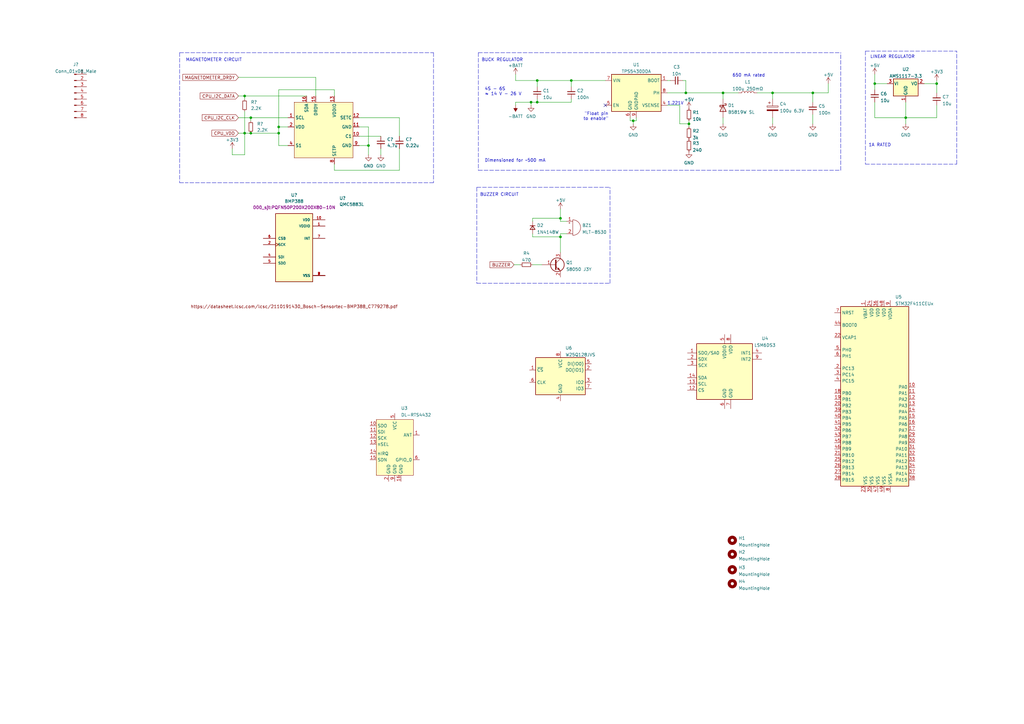
<source format=kicad_sch>
(kicad_sch (version 20211123) (generator eeschema)
  (paper "A3")
  (lib_symbols
    (symbol "000_sjt:BMP388" (pin_names (offset 1.016))
      (property "Reference" "U" (at -7.62 15.2654 0))
      (property "Value" "BMP388" (at -7.62 -15.2654 0))
      (property "Footprint" "000_sjt:PQFN50P200X200X80-10N" (at 0 0 0))
      (symbol "BMP388_0_0"
        (rectangle (start -7.62 -12.7) (end 7.62 15.24) (stroke (width 0.254)) (fill (type background)))
        (text "https://datasheet.lcsc.com/lcsc/2110191430_Bosch-Sensortec-BMP388_C779278.pdf" (at 0 -22.86 0) (effects (font (size 1.27 1.27))))
        (pin power_in line (at 12.7 10.16 180) (length 5.08) (name "VDDIO") (number "1"))
        (pin power_in line (at 12.7 12.7 180) (length 5.08) (name "VDD") (number "10"))
        (pin input clock (at -12.7 2.54 0) (length 5.08) (name "SCK") (number "2"))
        (pin power_in line (at 12.7 -10.16 180) (length 5.08) (name "VSS") (number "3"))
        (pin bidirectional line (at -12.7 -2.54 0) (length 5.08) (name "SDI") (number "4"))
        (pin bidirectional line (at -12.7 -5.08 0) (length 5.08) (name "SDO") (number "5"))
        (pin input line (at -12.7 5.08 0) (length 5.08) (name "CSB") (number "6"))
        (pin output line (at 12.7 5.08 180) (length 5.08) (name "INT") (number "7"))
        (pin power_in line (at 12.7 -10.16 180) (length 5.08) (name "VSS") (number "8"))
        (pin power_in line (at 12.7 -10.16 180) (length 5.08) (name "VSS") (number "9"))
      )
    )
    (symbol "000_sjt:DL-RTS4432"
      (property "Reference" "U" (at -7.62 7.62 0))
      (property "Value" "DL-RTS4432" (at 2.54 7.62 0))
      (symbol "DL-RTS4432_0_1"
        (rectangle (start -7.62 6.35) (end 7.62 -16.51) (stroke (width 0.1524)) (fill (type background)))
      )
      (symbol "DL-RTS4432_1_1"
        (pin output line (at 10.16 0 180) (length 2.54) (name "ANT") (number "1"))
        (pin output line (at -10.16 3.81 0) (length 2.54) (name "SDO") (number "10"))
        (pin input line (at -10.16 1.27 0) (length 2.54) (name "SDI") (number "11"))
        (pin input line (at -10.16 -1.27 0) (length 2.54) (name "SCK") (number "12"))
        (pin input line (at -10.16 -3.81 0) (length 2.54) (name "nSEL") (number "13"))
        (pin input line (at -10.16 -7.62 0) (length 2.54) (name "nIRQ") (number "14"))
        (pin input line (at -10.16 -10.16 0) (length 2.54) (name "SDN") (number "15"))
        (pin power_in line (at 2.54 -19.05 90) (length 2.54) (name "GND") (number "16"))
        (pin power_in line (at -2.54 -19.05 90) (length 2.54) (name "GND") (number "2"))
        (pin no_connect line (at 13.97 -19.05 180) (length 2.54) hide (name "NC") (number "3"))
        (pin no_connect line (at 13.97 -21.59 180) (length 2.54) hide (name "NC") (number "4"))
        (pin power_in line (at 0 8.89 270) (length 2.54) (name "VCC") (number "5"))
        (pin bidirectional line (at 10.16 -10.16 180) (length 2.54) (name "GPIO_0") (number "6"))
        (pin no_connect line (at 13.97 -24.13 180) (length 2.54) hide (name "NC") (number "7"))
        (pin no_connect line (at 13.97 -26.67 180) (length 2.54) hide (name "NC") (number "8"))
        (pin power_in line (at 0 -19.05 90) (length 2.54) (name "GND") (number "9"))
      )
    )
    (symbol "000_sjt:QMC5883L"
      (property "Reference" "U?" (at -3.81 0 0))
      (property "Value" "QMC5883L" (at -3.81 -2.54 0))
      (symbol "QMC5883L_0_1"
        (rectangle (start -11.43 12.7) (end 12.7 -10.16) (fill (type background)))
      )
      (symbol "QMC5883L_1_1"
        (pin input line (at -13.97 6.35 0) (length 2.54) (name "SCL") (number "1"))
        (pin input line (at 15.24 -1.27 180) (length 2.54) (name "C1") (number "10"))
        (pin power_in line (at 15.24 2.54 180) (length 2.54) (name "GND") (number "11"))
        (pin input line (at 15.24 6.35 180) (length 2.54) (name "SETC") (number "12"))
        (pin power_in line (at 5.08 15.24 270) (length 2.54) (name "VDDIO") (number "13"))
        (pin no_connect line (at 8.89 -26.67 90) (length 2.54) hide (name "NC") (number "14"))
        (pin output line (at -2.54 15.24 270) (length 2.54) (name "DRDY") (number "15"))
        (pin bidirectional line (at -6.35 15.24 270) (length 2.54) (name "SDA") (number "16"))
        (pin power_in line (at -13.97 2.54 0) (length 2.54) (name "VDD") (number "2"))
        (pin no_connect line (at -11.43 -26.67 90) (length 2.54) hide (name "NC") (number "3"))
        (pin input line (at -13.97 -5.08 0) (length 2.54) (name "S1") (number "4"))
        (pin no_connect line (at -6.35 -26.67 90) (length 2.54) hide (name "NC") (number "5"))
        (pin no_connect line (at -1.27 -26.67 90) (length 2.54) hide (name "NC") (number "6"))
        (pin no_connect line (at 3.81 -26.67 90) (length 2.54) hide (name "NC") (number "7"))
        (pin input line (at 5.08 -12.7 90) (length 2.54) (name "SETP") (number "8"))
        (pin power_in line (at 15.24 -5.08 180) (length 2.54) (name "GND") (number "9"))
      )
    )
    (symbol "Connector:Conn_01x08_Male" (pin_names (offset 1.016) hide)
      (property "Reference" "J" (at 0 10.16 0))
      (property "Value" "Conn_01x08_Male" (at 0 -12.7 0))
      (symbol "Conn_01x08_Male_1_1"
        (polyline (pts (xy 1.27 -10.16) (xy 0.8636 -10.16)) (stroke (width 0.1524)))
        (polyline (pts (xy 1.27 -7.62) (xy 0.8636 -7.62)) (stroke (width 0.1524)))
        (polyline (pts (xy 1.27 -5.08) (xy 0.8636 -5.08)) (stroke (width 0.1524)))
        (polyline (pts (xy 1.27 -2.54) (xy 0.8636 -2.54)) (stroke (width 0.1524)))
        (polyline (pts (xy 1.27 0) (xy 0.8636 0)) (stroke (width 0.1524)))
        (polyline (pts (xy 1.27 2.54) (xy 0.8636 2.54)) (stroke (width 0.1524)))
        (polyline (pts (xy 1.27 5.08) (xy 0.8636 5.08)) (stroke (width 0.1524)))
        (polyline (pts (xy 1.27 7.62) (xy 0.8636 7.62)) (stroke (width 0.1524)))
        (rectangle (start 0.8636 -10.033) (end 0 -10.287) (stroke (width 0.1524)) (fill (type outline)))
        (rectangle (start 0.8636 -7.493) (end 0 -7.747) (stroke (width 0.1524)) (fill (type outline)))
        (rectangle (start 0.8636 -4.953) (end 0 -5.207) (stroke (width 0.1524)) (fill (type outline)))
        (rectangle (start 0.8636 -2.413) (end 0 -2.667) (stroke (width 0.1524)) (fill (type outline)))
        (rectangle (start 0.8636 0.127) (end 0 -0.127) (stroke (width 0.1524)) (fill (type outline)))
        (rectangle (start 0.8636 2.667) (end 0 2.413) (stroke (width 0.1524)) (fill (type outline)))
        (rectangle (start 0.8636 5.207) (end 0 4.953) (stroke (width 0.1524)) (fill (type outline)))
        (rectangle (start 0.8636 7.747) (end 0 7.493) (stroke (width 0.1524)) (fill (type outline)))
        (pin passive line (at 5.08 7.62 180) (length 3.81) (name "Pin_1") (number "1"))
        (pin passive line (at 5.08 5.08 180) (length 3.81) (name "Pin_2") (number "2"))
        (pin passive line (at 5.08 2.54 180) (length 3.81) (name "Pin_3") (number "3"))
        (pin passive line (at 5.08 0 180) (length 3.81) (name "Pin_4") (number "4"))
        (pin passive line (at 5.08 -2.54 180) (length 3.81) (name "Pin_5") (number "5"))
        (pin passive line (at 5.08 -5.08 180) (length 3.81) (name "Pin_6") (number "6"))
        (pin passive line (at 5.08 -7.62 180) (length 3.81) (name "Pin_7") (number "7"))
        (pin passive line (at 5.08 -10.16 180) (length 3.81) (name "Pin_8") (number "8"))
      )
    )
    (symbol "Device:Buzzer" (pin_names (offset 0.0254) hide)
      (property "Reference" "BZ" (at 3.81 1.27 0))
      (property "Value" "Buzzer" (at 3.81 -1.27 0))
      (symbol "Buzzer_0_1"
        (arc (start 0 -3.175) (mid 3.175 0) (end 0 3.175))
        (polyline (pts (xy -1.651 1.905) (xy -1.143 1.905)))
        (polyline (pts (xy -1.397 2.159) (xy -1.397 1.651)))
        (polyline (pts (xy 0 3.175) (xy 0 -3.175)))
      )
      (symbol "Buzzer_1_1"
        (pin passive line (at -2.54 2.54 0) (length 2.54) (name "-") (number "1"))
        (pin passive line (at -2.54 -2.54 0) (length 2.54) (name "+") (number "2"))
      )
    )
    (symbol "Device:C_Polarized" (pin_numbers hide) (pin_names (offset 0.254))
      (property "Reference" "C" (at 0.635 2.54 0))
      (property "Value" "C_Polarized" (at 0.635 -2.54 0))
      (symbol "C_Polarized_0_1"
        (rectangle (start -2.286 0.508) (end 2.286 1.016))
        (polyline (pts (xy -1.778 2.286) (xy -0.762 2.286)))
        (polyline (pts (xy -1.27 2.794) (xy -1.27 1.778)))
        (rectangle (start 2.286 -0.508) (end -2.286 -1.016) (fill (type outline)))
      )
      (symbol "C_Polarized_1_1"
        (pin passive line (at 0 3.81 270) (length 2.794) (name "~") (number "1"))
        (pin passive line (at 0 -3.81 90) (length 2.794) (name "~") (number "2"))
      )
    )
    (symbol "Device:C_Small" (pin_numbers hide) (pin_names (offset 0.254) hide)
      (property "Reference" "C" (at 0.254 1.778 0))
      (property "Value" "C_Small" (at 0.254 -2.032 0))
      (symbol "C_Small_0_1"
        (polyline (pts (xy -1.524 -0.508) (xy 1.524 -0.508)) (stroke (width 0.3302)))
        (polyline (pts (xy -1.524 0.508) (xy 1.524 0.508)) (stroke (width 0.3048)))
      )
      (symbol "C_Small_1_1"
        (pin passive line (at 0 2.54 270) (length 2.032) (name "~") (number "1"))
        (pin passive line (at 0 -2.54 90) (length 2.032) (name "~") (number "2"))
      )
    )
    (symbol "Device:D_Schottky" (pin_numbers hide) (pin_names (offset 1.016) hide)
      (property "Reference" "D" (at 0 2.54 0))
      (property "Value" "D_Schottky" (at 0 -2.54 0))
      (symbol "D_Schottky_0_1"
        (polyline (pts (xy 1.27 0) (xy -1.27 0)))
        (polyline (pts (xy 1.27 1.27) (xy 1.27 -1.27) (xy -1.27 0) (xy 1.27 1.27)) (stroke (width 0.254)))
        (polyline (pts (xy -1.905 0.635) (xy -1.905 1.27) (xy -1.27 1.27) (xy -1.27 -1.27) (xy -0.635 -1.27) (xy -0.635 -0.635)) (stroke (width 0.254)))
      )
      (symbol "D_Schottky_1_1"
        (pin passive line (at -3.81 0 0) (length 2.54) (name "K") (number "1"))
        (pin passive line (at 3.81 0 180) (length 2.54) (name "A") (number "2"))
      )
    )
    (symbol "Device:D_Small" (pin_numbers hide) (pin_names (offset 0.254) hide)
      (property "Reference" "D" (at -1.27 2.032 0))
      (property "Value" "D_Small" (at -3.81 -2.032 0))
      (symbol "D_Small_0_1"
        (polyline (pts (xy -0.762 -1.016) (xy -0.762 1.016)) (stroke (width 0.254)))
        (polyline (pts (xy -0.762 0) (xy 0.762 0)))
        (polyline (pts (xy 0.762 -1.016) (xy -0.762 0) (xy 0.762 1.016) (xy 0.762 -1.016)) (stroke (width 0.254)))
      )
      (symbol "D_Small_1_1"
        (pin passive line (at -2.54 0 0) (length 1.778) (name "K") (number "1"))
        (pin passive line (at 2.54 0 180) (length 1.778) (name "A") (number "2"))
      )
    )
    (symbol "Device:L" (pin_numbers hide) (pin_names (offset 1.016) hide)
      (property "Reference" "L" (at -1.27 0 90))
      (property "Value" "L" (at 1.905 0 90))
      (symbol "L_0_1"
        (arc (start 0 -2.54) (mid 0.635 -1.905) (end 0 -1.27))
        (arc (start 0 -1.27) (mid 0.635 -0.635) (end 0 0))
        (arc (start 0 0) (mid 0.635 0.635) (end 0 1.27))
        (arc (start 0 1.27) (mid 0.635 1.905) (end 0 2.54))
      )
      (symbol "L_1_1"
        (pin passive line (at 0 3.81 270) (length 1.27) (name "1") (number "1"))
        (pin passive line (at 0 -3.81 90) (length 1.27) (name "2") (number "2"))
      )
    )
    (symbol "Device:Q_NPN_BEC" (pin_names (offset 0) hide)
      (property "Reference" "Q" (at 5.08 1.27 0))
      (property "Value" "Q_NPN_BEC" (at 5.08 -1.27 0))
      (symbol "Q_NPN_BEC_0_1"
        (polyline (pts (xy 0.635 0.635) (xy 2.54 2.54)))
        (polyline (pts (xy 0.635 -0.635) (xy 2.54 -2.54) (xy 2.54 -2.54)))
        (polyline (pts (xy 0.635 1.905) (xy 0.635 -1.905) (xy 0.635 -1.905)) (stroke (width 0.508)))
        (polyline (pts (xy 1.27 -1.778) (xy 1.778 -1.27) (xy 2.286 -2.286) (xy 1.27 -1.778) (xy 1.27 -1.778)) (fill (type outline)))
        (circle (center 1.27 0) (radius 2.8194) (stroke (width 0.254)))
      )
      (symbol "Q_NPN_BEC_1_1"
        (pin input line (at -5.08 0 0) (length 5.715) (name "B") (number "1"))
        (pin passive line (at 2.54 -5.08 90) (length 2.54) (name "E") (number "2"))
        (pin passive line (at 2.54 5.08 270) (length 2.54) (name "C") (number "3"))
      )
    )
    (symbol "Device:R_Small" (pin_numbers hide) (pin_names (offset 0.254) hide)
      (property "Reference" "R" (at 0.762 0.508 0))
      (property "Value" "R_Small" (at 0.762 -1.016 0))
      (symbol "R_Small_0_1"
        (rectangle (start -0.762 1.778) (end 0.762 -1.778) (stroke (width 0.2032)))
      )
      (symbol "R_Small_1_1"
        (pin passive line (at 0 2.54 270) (length 0.762) (name "~") (number "1"))
        (pin passive line (at 0 -2.54 90) (length 0.762) (name "~") (number "2"))
      )
    )
    (symbol "MCU_ST_STM32F4:STM32F411CEUx"
      (property "Reference" "U" (at -15.24 36.83 0))
      (property "Value" "STM32F411CEUx" (at 7.62 36.83 0))
      (symbol "STM32F411CEUx_0_1"
        (rectangle (start -15.24 -38.1) (end 12.7 35.56) (stroke (width 0.254)) (fill (type background)))
      )
      (symbol "STM32F411CEUx_1_1"
        (pin power_in line (at -5.08 38.1 270) (length 2.54) (name "VBAT") (number "1"))
        (pin bidirectional line (at 15.24 2.54 180) (length 2.54) (name "PA0") (number "10"))
        (pin bidirectional line (at 15.24 0 180) (length 2.54) (name "PA1") (number "11"))
        (pin bidirectional line (at 15.24 -2.54 180) (length 2.54) (name "PA2") (number "12"))
        (pin bidirectional line (at 15.24 -5.08 180) (length 2.54) (name "PA3") (number "13"))
        (pin bidirectional line (at 15.24 -7.62 180) (length 2.54) (name "PA4") (number "14"))
        (pin bidirectional line (at 15.24 -10.16 180) (length 2.54) (name "PA5") (number "15"))
        (pin bidirectional line (at 15.24 -12.7 180) (length 2.54) (name "PA6") (number "16"))
        (pin bidirectional line (at 15.24 -15.24 180) (length 2.54) (name "PA7") (number "17"))
        (pin bidirectional line (at -17.78 0 0) (length 2.54) (name "PB0") (number "18"))
        (pin bidirectional line (at -17.78 -2.54 0) (length 2.54) (name "PB1") (number "19"))
        (pin bidirectional line (at -17.78 10.16 0) (length 2.54) (name "PC13") (number "2"))
        (pin bidirectional line (at -17.78 -5.08 0) (length 2.54) (name "PB2") (number "20"))
        (pin bidirectional line (at -17.78 -25.4 0) (length 2.54) (name "PB10") (number "21"))
        (pin power_in line (at -17.78 22.86 0) (length 2.54) (name "VCAP1") (number "22"))
        (pin power_in line (at -5.08 -40.64 90) (length 2.54) (name "VSS") (number "23"))
        (pin power_in line (at -2.54 38.1 270) (length 2.54) (name "VDD") (number "24"))
        (pin bidirectional line (at -17.78 -27.94 0) (length 2.54) (name "PB12") (number "25"))
        (pin bidirectional line (at -17.78 -30.48 0) (length 2.54) (name "PB13") (number "26"))
        (pin bidirectional line (at -17.78 -33.02 0) (length 2.54) (name "PB14") (number "27"))
        (pin bidirectional line (at -17.78 -35.56 0) (length 2.54) (name "PB15") (number "28"))
        (pin bidirectional line (at 15.24 -17.78 180) (length 2.54) (name "PA8") (number "29"))
        (pin bidirectional line (at -17.78 7.62 0) (length 2.54) (name "PC14") (number "3"))
        (pin bidirectional line (at 15.24 -20.32 180) (length 2.54) (name "PA9") (number "30"))
        (pin bidirectional line (at 15.24 -22.86 180) (length 2.54) (name "PA10") (number "31"))
        (pin bidirectional line (at 15.24 -25.4 180) (length 2.54) (name "PA11") (number "32"))
        (pin bidirectional line (at 15.24 -27.94 180) (length 2.54) (name "PA12") (number "33"))
        (pin bidirectional line (at 15.24 -30.48 180) (length 2.54) (name "PA13") (number "34"))
        (pin power_in line (at -2.54 -40.64 90) (length 2.54) (name "VSS") (number "35"))
        (pin power_in line (at 0 38.1 270) (length 2.54) (name "VDD") (number "36"))
        (pin bidirectional line (at 15.24 -33.02 180) (length 2.54) (name "PA14") (number "37"))
        (pin bidirectional line (at 15.24 -35.56 180) (length 2.54) (name "PA15") (number "38"))
        (pin bidirectional line (at -17.78 -7.62 0) (length 2.54) (name "PB3") (number "39"))
        (pin bidirectional line (at -17.78 5.08 0) (length 2.54) (name "PC15") (number "4"))
        (pin bidirectional line (at -17.78 -10.16 0) (length 2.54) (name "PB4") (number "40"))
        (pin bidirectional line (at -17.78 -12.7 0) (length 2.54) (name "PB5") (number "41"))
        (pin bidirectional line (at -17.78 -15.24 0) (length 2.54) (name "PB6") (number "42"))
        (pin bidirectional line (at -17.78 -17.78 0) (length 2.54) (name "PB7") (number "43"))
        (pin input line (at -17.78 27.94 0) (length 2.54) (name "BOOT0") (number "44"))
        (pin bidirectional line (at -17.78 -20.32 0) (length 2.54) (name "PB8") (number "45"))
        (pin bidirectional line (at -17.78 -22.86 0) (length 2.54) (name "PB9") (number "46"))
        (pin power_in line (at 0 -40.64 90) (length 2.54) (name "VSS") (number "47"))
        (pin power_in line (at 2.54 38.1 270) (length 2.54) (name "VDD") (number "48"))
        (pin power_in line (at 2.54 -40.64 90) (length 2.54) (name "VSS") (number "49"))
        (pin input line (at -17.78 17.78 0) (length 2.54) (name "PH0") (number "5"))
        (pin input line (at -17.78 15.24 0) (length 2.54) (name "PH1") (number "6"))
        (pin input line (at -17.78 33.02 0) (length 2.54) (name "NRST") (number "7"))
        (pin power_in line (at 5.08 -40.64 90) (length 2.54) (name "VSSA") (number "8"))
        (pin power_in line (at 5.08 38.1 270) (length 2.54) (name "VDDA") (number "9"))
      )
    )
    (symbol "Mechanical:MountingHole" (pin_names (offset 1.016))
      (property "Reference" "H" (at 0 5.08 0))
      (property "Value" "MountingHole" (at 0 3.175 0))
      (symbol "MountingHole_0_1"
        (circle (center 0 0) (radius 1.27) (stroke (width 1.27)))
      )
    )
    (symbol "Memory_Flash:W25Q128JVS"
      (property "Reference" "U" (at -8.89 8.89 0))
      (property "Value" "W25Q128JVS" (at 7.62 8.89 0))
      (symbol "W25Q128JVS_0_1"
        (rectangle (start -10.16 7.62) (end 10.16 -7.62) (stroke (width 0.254)) (fill (type background)))
      )
      (symbol "W25Q128JVS_1_1"
        (pin input line (at -12.7 2.54 0) (length 2.54) (name "~{CS}") (number "1"))
        (pin bidirectional line (at 12.7 2.54 180) (length 2.54) (name "DO(IO1)") (number "2"))
        (pin bidirectional line (at 12.7 -2.54 180) (length 2.54) (name "IO2") (number "3"))
        (pin power_in line (at 0 -10.16 90) (length 2.54) (name "GND") (number "4"))
        (pin bidirectional line (at 12.7 5.08 180) (length 2.54) (name "DI(IO0)") (number "5"))
        (pin input line (at -12.7 -2.54 0) (length 2.54) (name "CLK") (number "6"))
        (pin bidirectional line (at 12.7 -5.08 180) (length 2.54) (name "IO3") (number "7"))
        (pin power_in line (at 0 10.16 270) (length 2.54) (name "VCC") (number "8"))
      )
    )
    (symbol "Regulator_Linear:AMS1117-3.3" (pin_names (offset 0.254))
      (property "Reference" "U" (at -3.81 3.175 0))
      (property "Value" "AMS1117-3.3" (at 0 3.175 0))
      (symbol "AMS1117-3.3_0_1"
        (rectangle (start -5.08 -5.08) (end 5.08 1.905) (stroke (width 0.254)) (fill (type background)))
      )
      (symbol "AMS1117-3.3_1_1"
        (pin power_in line (at 0 -7.62 90) (length 2.54) (name "GND") (number "1"))
        (pin power_out line (at 7.62 0 180) (length 2.54) (name "VO") (number "2"))
        (pin power_in line (at -7.62 0 0) (length 2.54) (name "VI") (number "3"))
      )
    )
    (symbol "Regulator_Switching:TPS5430DDA"
      (property "Reference" "U" (at -10.16 8.89 0))
      (property "Value" "TPS5430DDA" (at -1.27 8.89 0))
      (symbol "TPS5430DDA_0_1"
        (rectangle (start -10.16 7.62) (end 10.16 -7.62) (stroke (width 0.254)) (fill (type background)))
      )
      (symbol "TPS5430DDA_1_1"
        (pin input line (at 12.7 5.08 180) (length 2.54) (name "BOOT") (number "1"))
        (pin no_connect line (at -10.16 2.54 0) (length 2.54) hide (name "NC") (number "2"))
        (pin no_connect line (at -10.16 -2.54 0) (length 2.54) hide (name "NC") (number "3"))
        (pin input line (at 12.7 -5.08 180) (length 2.54) (name "VSENSE") (number "4"))
        (pin input line (at -12.7 -5.08 0) (length 2.54) (name "EN") (number "5"))
        (pin power_in line (at -2.54 -10.16 90) (length 2.54) (name "GND") (number "6"))
        (pin power_in line (at -12.7 5.08 0) (length 2.54) (name "VIN") (number "7"))
        (pin output line (at 12.7 0 180) (length 2.54) (name "PH") (number "8"))
        (pin power_in line (at 0 -10.16 90) (length 2.54) (name "GNDPAD") (number "9"))
      )
    )
    (symbol "Sensor_Motion:LSM6DS3"
      (property "Reference" "U" (at -11.43 15.24 0))
      (property "Value" "LSM6DS3" (at -11.43 12.7 0))
      (symbol "LSM6DS3_0_1"
        (rectangle (start 11.43 11.43) (end -11.43 -11.43) (stroke (width 0.254)) (fill (type background)))
      )
      (symbol "LSM6DS3_1_1"
        (pin bidirectional line (at -15.24 7.62 0) (length 3.81) (name "SDO/SA0") (number "1"))
        (pin no_connect line (at 10.16 -5.08 180) (length 3.81) hide (name "NC") (number "10"))
        (pin no_connect line (at 10.16 -2.54 180) (length 3.81) hide (name "NC") (number "11"))
        (pin input line (at -15.24 -7.62 0) (length 3.81) (name "CS") (number "12"))
        (pin input line (at -15.24 -5.08 0) (length 3.81) (name "SCL") (number "13"))
        (pin bidirectional line (at -15.24 -2.54 0) (length 3.81) (name "SDA") (number "14"))
        (pin bidirectional line (at -15.24 5.08 0) (length 3.81) (name "SDX") (number "2"))
        (pin input line (at -15.24 2.54 0) (length 3.81) (name "SCX") (number "3"))
        (pin output line (at 15.24 7.62 180) (length 3.81) (name "INT1") (number "4"))
        (pin power_in line (at 0 15.24 270) (length 3.81) (name "VDDIO") (number "5"))
        (pin power_in line (at 0 -15.24 90) (length 3.81) (name "GND") (number "6"))
        (pin power_in line (at 2.54 -15.24 90) (length 3.81) (name "GND") (number "7"))
        (pin power_in line (at 2.54 15.24 270) (length 3.81) (name "VDD") (number "8"))
        (pin output line (at 15.24 5.08 180) (length 3.81) (name "INT2") (number "9"))
      )
    )
    (symbol "power:+3V3" (power) (pin_names (offset 0))
      (property "Value" "+3V3" (at 0 3.556 0))
      (symbol "+3V3_0_1"
        (polyline (pts (xy -0.762 1.27) (xy 0 2.54)))
        (polyline (pts (xy 0 0) (xy 0 2.54)))
        (polyline (pts (xy 0 2.54) (xy 0.762 1.27)))
      )
      (symbol "+3V3_1_1"
        (pin power_in line (at 0 0 90) (length 0) hide (name "+3V3") (number "1"))
      )
    )
    (symbol "power:+5V" (power) (pin_names (offset 0))
      (property "Value" "+5V" (at 0 3.556 0))
      (symbol "+5V_0_1"
        (polyline (pts (xy -0.762 1.27) (xy 0 2.54)))
        (polyline (pts (xy 0 0) (xy 0 2.54)))
        (polyline (pts (xy 0 2.54) (xy 0.762 1.27)))
      )
      (symbol "+5V_1_1"
        (pin power_in line (at 0 0 90) (length 0) hide (name "+5V") (number "1"))
      )
    )
    (symbol "power:+BATT" (power) (pin_names (offset 0))
      (property "Value" "+BATT" (at 0 3.556 0))
      (symbol "+BATT_0_1"
        (polyline (pts (xy -0.762 1.27) (xy 0 2.54)))
        (polyline (pts (xy 0 0) (xy 0 2.54)))
        (polyline (pts (xy 0 2.54) (xy 0.762 1.27)))
      )
      (symbol "+BATT_1_1"
        (pin power_in line (at 0 0 90) (length 0) hide (name "+BATT") (number "1"))
      )
    )
    (symbol "power:-BATT" (power) (pin_names (offset 0))
      (property "Value" "-BATT" (at 0 3.556 0))
      (symbol "-BATT_0_1"
        (polyline (pts (xy 0 0) (xy 0 2.54)))
        (polyline (pts (xy 0.762 1.27) (xy -0.762 1.27) (xy 0 2.54) (xy 0.762 1.27)) (fill (type outline)))
      )
      (symbol "-BATT_1_1"
        (pin power_in line (at 0 0 90) (length 0) hide (name "-BATT") (number "1"))
      )
    )
    (symbol "power:GND" (power) (pin_names (offset 0))
      (property "Value" "GND" (at 0 -3.81 0))
      (symbol "GND_0_1"
        (polyline (pts (xy 0 0) (xy 0 -1.27) (xy 1.27 -1.27) (xy 0 -2.54) (xy -1.27 -1.27) (xy 0 -1.27)))
      )
      (symbol "GND_1_1"
        (pin power_in line (at 0 0 270) (length 0) hide (name "GND") (number "1"))
      )
    )
  )
  (junction (at 384.175 34.29))
  (junction (at 220.345 33.02))
  (junction (at 102.87 48.26))
  (junction (at 281.305 38.1))
  (junction (at 316.865 38.1))
  (junction (at 333.375 38.1))
  (junction (at 282.575 50.8))
  (junction (at 114.3 52.07))
  (junction (at 358.775 34.29))
  (junction (at 102.87 54.61))
  (junction (at 259.715 49.53))
  (junction (at 234.315 33.02))
  (junction (at 114.3 54.61))
  (junction (at 151.13 59.69))
  (junction (at 100.33 39.37))
  (junction (at 229.87 89.535))
  (junction (at 220.345 41.91))
  (junction (at 100.33 54.61))
  (junction (at 371.475 48.26))
  (junction (at 296.545 38.1))
  (junction (at 217.805 41.91))
  (junction (at 229.87 97.155))
  (no_connect (at 248.285 43.18))
  (wire (pts (xy 358.775 48.26) (xy 371.475 48.26)))
  (wire (pts (xy 156.21 60.96) (xy 156.21 63.5)))
  (wire (pts (xy 384.175 43.18) (xy 384.175 48.26)))
  (wire (pts (xy 114.3 52.07) (xy 118.11 52.07)))
  (polyline (pts (xy 177.8 21.59) (xy 177.8 74.93)))
  (wire (pts (xy 100.33 54.61) (xy 102.87 54.61)))
  (wire (pts (xy 210.82 108.585) (xy 213.36 108.585)))
  (wire (pts (xy 234.315 33.02) (xy 234.315 35.56)))
  (wire (pts (xy 114.3 52.07) (xy 114.3 54.61)))
  (wire (pts (xy 316.865 48.26) (xy 316.865 50.8)))
  (wire (pts (xy 218.44 108.585) (xy 222.25 108.585)))
  (wire (pts (xy 147.32 59.69) (xy 151.13 59.69)))
  (wire (pts (xy 259.715 49.53) (xy 259.715 50.8)))
  (wire (pts (xy 163.83 48.26) (xy 163.83 55.88)))
  (polyline (pts (xy 392.43 67.31) (xy 392.43 20.955)))
  (polyline (pts (xy 354.965 20.955) (xy 392.43 20.955)))
  (wire (pts (xy 137.16 67.31) (xy 137.16 69.85)))
  (wire (pts (xy 211.455 30.48) (xy 211.455 33.02)))
  (wire (pts (xy 97.79 54.61) (xy 100.33 54.61)))
  (wire (pts (xy 163.83 69.85) (xy 137.16 69.85)))
  (wire (pts (xy 211.455 33.02) (xy 220.345 33.02)))
  (wire (pts (xy 100.33 54.61) (xy 100.33 45.72)))
  (wire (pts (xy 211.455 41.91) (xy 217.805 41.91)))
  (wire (pts (xy 218.44 89.535) (xy 229.87 89.535)))
  (wire (pts (xy 147.32 55.88) (xy 156.21 55.88)))
  (wire (pts (xy 100.33 54.61) (xy 100.33 63.5)))
  (wire (pts (xy 229.87 90.805) (xy 232.41 90.805)))
  (wire (pts (xy 379.095 34.29) (xy 384.175 34.29)))
  (wire (pts (xy 147.32 48.26) (xy 163.83 48.26)))
  (polyline (pts (xy 344.805 69.85) (xy 344.805 21.59)))
  (wire (pts (xy 229.87 85.725) (xy 229.87 89.535)))
  (polyline (pts (xy 196.215 21.59) (xy 344.805 21.59)))
  (polyline (pts (xy 354.965 67.31) (xy 392.43 67.31)))
  (wire (pts (xy 218.44 90.805) (xy 218.44 89.535)))
  (wire (pts (xy 211.455 43.18) (xy 211.455 41.91)))
  (wire (pts (xy 163.83 60.96) (xy 163.83 69.85)))
  (wire (pts (xy 333.375 41.91) (xy 333.375 38.1)))
  (wire (pts (xy 260.985 48.26) (xy 260.985 49.53)))
  (polyline (pts (xy 250.19 116.205) (xy 250.19 76.835)))
  (wire (pts (xy 278.765 50.8) (xy 282.575 50.8)))
  (wire (pts (xy 280.035 33.02) (xy 281.305 33.02)))
  (wire (pts (xy 229.87 95.885) (xy 229.87 97.155)))
  (polyline (pts (xy 73.66 74.93) (xy 76.2 74.93)))
  (wire (pts (xy 97.79 31.75) (xy 129.54 31.75)))
  (wire (pts (xy 220.345 41.91) (xy 234.315 41.91)))
  (wire (pts (xy 358.775 30.48) (xy 358.775 34.29)))
  (wire (pts (xy 100.33 40.64) (xy 100.33 39.37)))
  (wire (pts (xy 258.445 48.26) (xy 258.445 49.53)))
  (wire (pts (xy 118.11 59.69) (xy 114.3 59.69)))
  (wire (pts (xy 358.775 34.29) (xy 358.775 36.83)))
  (wire (pts (xy 371.475 41.91) (xy 371.475 48.26)))
  (wire (pts (xy 296.545 38.1) (xy 302.895 38.1)))
  (wire (pts (xy 129.54 39.37) (xy 129.54 31.75)))
  (wire (pts (xy 310.515 38.1) (xy 316.865 38.1)))
  (wire (pts (xy 316.865 38.1) (xy 316.865 40.64)))
  (wire (pts (xy 273.685 38.1) (xy 281.305 38.1)))
  (wire (pts (xy 217.805 41.91) (xy 217.805 43.18)))
  (wire (pts (xy 260.985 49.53) (xy 259.715 49.53)))
  (wire (pts (xy 339.725 38.1) (xy 339.725 34.29)))
  (polyline (pts (xy 354.965 20.955) (xy 354.965 67.31)))
  (wire (pts (xy 281.305 33.02) (xy 281.305 38.1)))
  (wire (pts (xy 100.33 63.5) (xy 95.25 63.5)))
  (wire (pts (xy 114.3 54.61) (xy 114.3 59.69)))
  (wire (pts (xy 220.345 41.91) (xy 220.345 40.64)))
  (wire (pts (xy 371.475 48.26) (xy 371.475 50.8)))
  (wire (pts (xy 232.41 95.885) (xy 229.87 95.885)))
  (wire (pts (xy 258.445 49.53) (xy 259.715 49.53)))
  (wire (pts (xy 296.545 38.1) (xy 296.545 40.64)))
  (wire (pts (xy 102.87 48.26) (xy 102.87 49.53)))
  (wire (pts (xy 282.575 49.53) (xy 282.575 50.8)))
  (wire (pts (xy 151.13 59.69) (xy 151.13 63.5)))
  (wire (pts (xy 151.13 52.07) (xy 151.13 59.69)))
  (wire (pts (xy 97.79 39.37) (xy 100.33 39.37)))
  (wire (pts (xy 234.315 33.02) (xy 248.285 33.02)))
  (polyline (pts (xy 177.8 74.93) (xy 76.2 74.93)))
  (wire (pts (xy 384.175 48.26) (xy 371.475 48.26)))
  (wire (pts (xy 333.375 38.1) (xy 316.865 38.1)))
  (wire (pts (xy 281.305 38.1) (xy 296.545 38.1)))
  (wire (pts (xy 147.32 52.07) (xy 151.13 52.07)))
  (polyline (pts (xy 73.66 21.59) (xy 177.8 21.59)))
  (wire (pts (xy 273.685 43.18) (xy 278.765 43.18)))
  (wire (pts (xy 384.175 34.29) (xy 384.175 33.02)))
  (wire (pts (xy 217.805 41.91) (xy 220.345 41.91)))
  (wire (pts (xy 333.375 38.1) (xy 339.725 38.1)))
  (wire (pts (xy 95.25 60.96) (xy 95.25 63.5)))
  (wire (pts (xy 384.175 34.29) (xy 384.175 38.1)))
  (wire (pts (xy 358.775 41.91) (xy 358.775 48.26)))
  (polyline (pts (xy 195.58 76.835) (xy 250.19 76.835)))
  (polyline (pts (xy 196.215 69.85) (xy 344.805 69.85)))
  (polyline (pts (xy 195.58 116.205) (xy 250.19 116.205)))
  (wire (pts (xy 282.575 50.8) (xy 282.575 52.07)))
  (polyline (pts (xy 73.66 21.59) (xy 73.66 74.93)))
  (wire (pts (xy 273.685 33.02) (xy 274.955 33.02)))
  (wire (pts (xy 102.87 54.61) (xy 114.3 54.61)))
  (wire (pts (xy 278.765 43.18) (xy 278.765 50.8)))
  (wire (pts (xy 97.79 48.26) (xy 102.87 48.26)))
  (wire (pts (xy 218.44 97.155) (xy 229.87 97.155)))
  (polyline (pts (xy 196.215 21.59) (xy 196.215 69.85)))
  (wire (pts (xy 229.87 89.535) (xy 229.87 90.805)))
  (wire (pts (xy 229.87 97.155) (xy 229.87 103.505)))
  (wire (pts (xy 218.44 95.885) (xy 218.44 97.155)))
  (wire (pts (xy 137.16 39.37) (xy 137.16 36.83)))
  (wire (pts (xy 220.345 33.02) (xy 234.315 33.02)))
  (wire (pts (xy 102.87 48.26) (xy 118.11 48.26)))
  (wire (pts (xy 358.775 34.29) (xy 363.855 34.29)))
  (wire (pts (xy 100.33 39.37) (xy 125.73 39.37)))
  (polyline (pts (xy 195.58 76.835) (xy 195.58 116.205)))
  (wire (pts (xy 220.345 33.02) (xy 220.345 35.56)))
  (wire (pts (xy 234.315 41.91) (xy 234.315 40.64)))
  (wire (pts (xy 333.375 46.99) (xy 333.375 50.8)))
  (wire (pts (xy 137.16 36.83) (xy 114.3 36.83)))
  (wire (pts (xy 296.545 48.26) (xy 296.545 50.8)))
  (wire (pts (xy 114.3 36.83) (xy 114.3 52.07)))
  (text "MAGNETOMETER CIRCUIT" (at 76.2 25.4 0) (effects (font (size 1.27 1.27)) (justify left bottom)))
  (text "BUZZER CIRCUIT" (at 196.85 80.645 0) (effects (font (size 1.27 1.27)) (justify left bottom)))
  (text "BUCK REGULATOR" (at 197.485 25.4 0) (effects (font (size 1.27 1.27)) (justify left bottom)))
  (text "1A RATED" (at 356.235 60.325 0) (effects (font (size 1.27 1.27)) (justify left bottom)))
  (text "LINEAR REGULATOR" (at 356.87 24.13 0) (effects (font (size 1.27 1.27)) (justify left bottom)))
  (text "\"Float pin\nto enable\"" (at 249.555 49.53 180) (effects (font (size 1.27 1.27)) (justify right bottom)))
  (text "Dimensioned for ~500 mA" (at 198.755 66.675 0) (effects (font (size 1.27 1.27)) (justify left bottom)))
  (text "650 mA rated" (at 300.355 31.75 0) (effects (font (size 1.27 1.27)) (justify left bottom)))
  (text "4S - 6S\n≈ 14 V - 26 V" (at 198.755 39.37 0) (effects (font (size 1.27 1.27)) (justify left bottom)))
  (text "1.221V" (at 273.685 43.18 0) (effects (font (size 1.27 1.27)) (justify left bottom)))
  (global_label "BUZZER" (shape input) (at 210.82 108.585 180) (property "Intersheet References" "${INTERSHEET_REFS}" (effects hide)))
  (global_label "MAGNETOMETER_DRDY" (shape input) (at 97.79 31.75 180) (property "Intersheet References" "${INTERSHEET_REFS}" (effects hide)))
  (global_label "CPU_I2C_CLK" (shape input) (at 97.79 48.26 180) (property "Intersheet References" "${INTERSHEET_REFS}" (effects hide)))
  (global_label "CPU_I2C_DATA" (shape input) (at 97.79 39.37 180) (property "Intersheet References" "${INTERSHEET_REFS}" (effects hide)))
  (global_label "CPU_VDD" (shape input) (at 97.79 54.61 180) (property "Intersheet References" "${INTERSHEET_REFS}" (effects hide)))
  (symbol (lib_id "Regulator_Switching:TPS5430DDA") (at 260.985 38.1 0) (unit 1)
    (property "Reference" "U1" (at 260.985 26.5135 0))
    (property "Value" "TPS5430DDA" (at 260.985 29.2886 0))
    (property "Footprint" "Package_SO:TI_SO-PowerPAD-8_ThermalVias" (effects hide))
    (property "Datasheet" "http://www.ti.com/lit/ds/symlink/tps5430.pdf" (effects hide))
    (property "LCSC" "C9864" (effects hide))
  )
  (symbol (lib_id "MCU_ST_STM32F4:STM32F411CEUx") (at 360.045 161.29 0) (unit 1)
    (property "Reference" "U5" (at 367.1444 121.7635 0) (effects (justify left)))
    (property "Value" "STM32F411CEUx" (at 367.1444 124.5386 0) (effects (justify left)))
    (property "Footprint" "Package_DFN_QFN:QFN-48-1EP_7x7mm_P0.5mm_EP5.6x5.6mm" (effects hide))
    (property "Datasheet" "http://www.st.com/st-web-ui/static/active/en/resource/technical/document/datasheet/DM00115249.pdf" (effects hide))
  )
  (symbol (lib_id "power:GND") (at 217.805 43.18 0) (unit 1)
    (property "Reference" "#PWR03" (effects hide))
    (property "Value" "GND" (at 217.805 47.7425 0))
  )
  (symbol (lib_id "power:+3V3") (at 95.25 60.96 0) (unit 1)
    (property "Reference" "#PWR?" (effects hide))
    (property "Value" "+3V3" (at 95.25 57.3555 0))
  )
  (symbol (lib_id "Device:L") (at 306.705 38.1 90) (unit 1)
    (property "Reference" "L1" (at 306.705 33.6255 90))
    (property "Value" "100u 250mΩ" (at 306.705 36.4006 90))
    (property "Footprint" "Inductor_SMD:L_7.3x7.3_H4.5" (effects hide))
    (property "LCSC" "C254876" (effects hide))
  )
  (symbol (lib_id "Device:R_Small") (at 282.575 54.61 0) (unit 1)
    (property "Reference" "R2" (at 284.0736 53.7015 0) (effects (justify left)))
    (property "Value" "3k" (at 284.0736 56.4766 0) (effects (justify left)))
    (property "Footprint" "Resistor_SMD:R_0603_1608Metric" (effects hide))
    (property "LCSC" "C4211" (effects hide))
  )
  (symbol (lib_id "Device:C_Small") (at 163.83 58.42 0) (unit 1)
    (property "Reference" "C?" (at 166.37 57.1562 0) (effects (justify left)))
    (property "Value" "0.22u" (at 166.37 59.6962 0) (effects (justify left)))
  )
  (symbol (lib_id "Device:Q_NPN_BEC") (at 227.33 108.585 0) (unit 1)
    (property "Reference" "Q1" (at 232.1814 107.6765 0) (effects (justify left)))
    (property "Value" "S8050 J3Y" (at 232.1814 110.4516 0) (effects (justify left)))
    (property "Footprint" "Package_TO_SOT_SMD:SOT-23" (effects hide))
    (property "LCSC" "C2146" (effects hide))
  )
  (symbol (lib_id "Device:C_Small") (at 358.775 39.37 180) (unit 1)
    (property "Reference" "C6" (at 361.0991 38.4551 0) (effects (justify right)))
    (property "Value" "10u" (at 361.0991 41.2302 0) (effects (justify right)))
    (property "Footprint" "Capacitor_SMD:C_1206_3216Metric_Pad1.33x1.80mm_HandSolder" (effects hide))
    (property "LCSC" "C13585" (effects hide))
  )
  (symbol (lib_id "Device:D_Schottky") (at 296.545 44.45 270) (unit 1)
    (property "Reference" "D1" (at 298.577 43.224 90) (effects (justify left)))
    (property "Value" "B5819W SL" (at 298.577 45.9991 90) (effects (justify left)))
    (property "Footprint" "Diode_SMD:D_SOD-123" (effects hide))
    (property "LCSC" "C8598" (effects hide))
  )
  (symbol (lib_id "Device:C_Small") (at 234.315 38.1 180) (unit 1)
    (property "Reference" "C2" (at 236.6391 37.1851 0) (effects (justify right)))
    (property "Value" "100n" (at 236.6391 39.9602 0) (effects (justify right)))
    (property "Footprint" "Capacitor_SMD:C_0603_1608Metric_Pad1.08x0.95mm_HandSolder" (effects hide))
    (property "LCSC" "C14663" (effects hide))
  )
  (symbol (lib_id "Mechanical:MountingHole") (at 300.355 239.395 0) (unit 1)
    (property "Reference" "H4" (at 302.895 238.4865 0) (effects (justify left)))
    (property "Value" "MountingHole" (at 302.895 241.2616 0) (effects (justify left)))
    (property "Footprint" "MountingHole:MountingHole_3.2mm_M3" (effects hide))
  )
  (symbol (lib_id "power:+5V") (at 229.87 85.725 0) (unit 1)
    (property "Reference" "#PWR0101" (effects hide))
    (property "Value" "+5V" (at 229.87 82.1205 0))
  )
  (symbol (lib_id "Mechanical:MountingHole") (at 300.355 221.615 0) (unit 1)
    (property "Reference" "H1" (at 302.895 220.7065 0) (effects (justify left)))
    (property "Value" "MountingHole" (at 302.895 223.4816 0) (effects (justify left)))
    (property "Footprint" "MountingHole:MountingHole_3.2mm_M3" (effects hide))
  )
  (symbol (lib_id "Connector:Conn_01x08_Male") (at 30.48 38.1 0) (unit 1)
    (property "Reference" "J?" (at 31.115 26.4373 0))
    (property "Value" "Conn_01x08_Male" (at 31.115 29.2124 0))
  )
  (symbol (lib_id "Regulator_Linear:AMS1117-3.3") (at 371.475 34.29 0) (unit 1)
    (property "Reference" "U2" (at 371.475 28.4185 0))
    (property "Value" "AMS1117-3.3" (at 371.475 31.1936 0))
    (property "Footprint" "Package_TO_SOT_SMD:SOT-223-3_TabPin2" (effects hide))
    (property "Datasheet" "http://www.advanced-monolithic.com/pdf/ds1117.pdf" (effects hide))
    (property "LCSC" "C6186" (effects hide))
  )
  (symbol (lib_id "000_sjt:BMP388") (at 120.65 102.87 0) (unit 1)
    (property "Reference" "U?" (at 120.65 80.01 0))
    (property "Value" "BMP388" (at 120.65 82.55 0))
    (property "Footprint" "000_sjt:PQFN50P200X200X80-10N" (at 120.65 85.09 0))
    (property "PARTREV" "1.1" (effects hide))
    (property "MANUFACTURER" "BOSCH" (effects hide))
    (property "STANDARD" "IPC 7351B" (effects hide))
  )
  (symbol (lib_id "power:GND") (at 282.575 62.23 0) (unit 1)
    (property "Reference" "#PWR06" (effects hide))
    (property "Value" "GND" (at 282.575 66.7925 0))
  )
  (symbol (lib_id "Device:C_Polarized") (at 316.865 44.45 0) (unit 1)
    (property "Reference" "C4" (at 319.786 42.6525 0) (effects (justify left)))
    (property "Value" "100u 6.3V" (at 319.786 45.4276 0) (effects (justify left)))
    (property "Footprint" "Capacitor_Tantalum_SMD:CP_EIA-3528-15_AVX-H_Pad1.50x2.35mm_HandSolder" (effects hide))
    (property "LCSC" "C16133" (effects hide))
  )
  (symbol (lib_id "Device:R_Small") (at 215.9 108.585 90) (unit 1)
    (property "Reference" "R4" (at 215.9 103.8819 90))
    (property "Value" "470" (at 215.9 106.657 90))
    (property "Footprint" "Resistor_SMD:R_0603_1608Metric" (effects hide))
    (property "LCSC" "C23179" (effects hide))
  )
  (symbol (lib_id "Device:C_Small") (at 277.495 33.02 90) (unit 1)
    (property "Reference" "C3" (at 277.5013 27.4914 90))
    (property "Value" "10n" (at 277.5013 30.2665 90))
    (property "Footprint" "Capacitor_SMD:C_0603_1608Metric" (effects hide))
    (property "LCSC" "C57112" (effects hide))
  )
  (symbol (lib_id "Memory_Flash:W25Q128JVS") (at 229.87 154.305 0) (unit 1)
    (property "Reference" "U6" (at 231.8894 142.7185 0) (effects (justify left)))
    (property "Value" "W25Q128JVS" (at 231.8894 145.4936 0) (effects (justify left)))
    (property "Footprint" "Package_SO:SOIC-8_5.23x5.23mm_P1.27mm" (effects hide))
    (property "Datasheet" "http://www.winbond.com/resource-files/w25q128jv_dtr%20revc%2003272018%20plus.pdf" (effects hide))
  )
  (symbol (lib_id "power:+3V3") (at 384.175 33.02 0) (unit 1)
    (property "Reference" "#PWR013" (effects hide))
    (property "Value" "+3V3" (at 384.175 29.4155 0))
  )
  (symbol (lib_id "Device:R_Small") (at 102.87 52.07 0) (unit 1)
    (property "Reference" "R?" (at 105.41 50.7999 0) (effects (justify left)))
    (property "Value" "2.2K" (at 105.41 53.3399 0) (effects (justify left)))
  )
  (symbol (lib_id "power:+5V") (at 282.575 44.45 0) (unit 1)
    (property "Reference" "#PWR05" (effects hide))
    (property "Value" "+5V" (at 282.575 40.8455 0))
  )
  (symbol (lib_id "Mechanical:MountingHole") (at 300.355 233.68 0) (unit 1)
    (property "Reference" "H3" (at 302.895 232.7715 0) (effects (justify left)))
    (property "Value" "MountingHole" (at 302.895 235.5466 0) (effects (justify left)))
    (property "Footprint" "MountingHole:MountingHole_3.2mm_M3" (effects hide))
  )
  (symbol (lib_id "power:+5V") (at 339.725 34.29 0) (unit 1)
    (property "Reference" "#PWR010" (effects hide))
    (property "Value" "+5V" (at 339.725 30.6855 0))
  )
  (symbol (lib_id "power:GND") (at 156.21 63.5 0) (unit 1)
    (property "Reference" "#PWR?" (effects hide))
    (property "Value" "GND" (at 156.21 68.0625 0))
  )
  (symbol (lib_id "Device:R_Small") (at 282.575 46.99 0) (unit 1)
    (property "Reference" "R1" (at 284.0736 46.0815 0) (effects (justify left)))
    (property "Value" "10k" (at 284.0736 48.8566 0) (effects (justify left)))
    (property "Footprint" "Resistor_SMD:R_0603_1608Metric" (effects hide))
    (property "LCSC" "C25804" (effects hide))
  )
  (symbol (lib_id "000_sjt:QMC5883L") (at 132.08 54.61 0) (unit 1)
    (property "Reference" "U?" (at 139.1794 81.28 0) (effects (justify left)))
    (property "Value" "QMC5883L" (at 139.1794 83.82 0) (effects (justify left)))
  )
  (symbol (lib_id "Device:C_Small") (at 333.375 44.45 180) (unit 1)
    (property "Reference" "C5" (at 335.6991 43.5351 0) (effects (justify right)))
    (property "Value" "100n" (at 335.6991 46.3102 0) (effects (justify right)))
    (property "Footprint" "Capacitor_SMD:C_0603_1608Metric_Pad1.08x0.95mm_HandSolder" (effects hide))
    (property "LCSC" "C14663" (effects hide))
  )
  (symbol (lib_id "Device:C_Small") (at 384.175 40.64 180) (unit 1)
    (property "Reference" "C7" (at 386.4991 39.7251 0) (effects (justify right)))
    (property "Value" "10u" (at 386.4991 42.5002 0) (effects (justify right)))
    (property "Footprint" "Capacitor_SMD:C_1206_3216Metric_Pad1.33x1.80mm_HandSolder" (effects hide))
    (property "LCSC" "C13585" (effects hide))
  )
  (symbol (lib_id "000_sjt:DL-RTS4432") (at 161.925 178.435 0) (unit 1)
    (property "Reference" "U3" (at 164.465 167.4049 0) (effects (justify left)))
    (property "Value" "DL-RTS4432" (at 164.465 170.18 0) (effects (justify left)))
    (property "Footprint" "000_sjt:DL-RTS4432_board" (effects hide))
    (property "Datasheet" "https://datasheet.lcsc.com/lcsc/1912111437_DreamLNK-DL-RTS4432-433M_C381165.pdf" (effects hide))
    (property "LCSC" "C381165" (effects hide))
  )
  (symbol (lib_id "power:GND") (at 333.375 50.8 0) (unit 1)
    (property "Reference" "#PWR09" (effects hide))
    (property "Value" "GND" (at 333.375 55.3625 0))
  )
  (symbol (lib_id "Sensor_Motion:LSM6DS3") (at 297.18 152.4 0) (unit 1)
    (property "Reference" "U4" (at 313.7452 138.8067 0))
    (property "Value" "LSM6DS3" (at 313.7452 141.5818 0))
    (property "Footprint" "Package_LGA:LGA-14_3x2.5mm_P0.5mm_LayoutBorder3x4y" (effects hide))
    (property "Datasheet" "www.st.com/resource/en/datasheet/lsm6ds3.pdf" (effects hide))
  )
  (symbol (lib_id "power:GND") (at 259.715 50.8 0) (unit 1)
    (property "Reference" "#PWR04" (effects hide))
    (property "Value" "GND" (at 259.715 55.3625 0))
  )
  (symbol (lib_id "power:+BATT") (at 211.455 30.48 0) (unit 1)
    (property "Reference" "#PWR01" (effects hide))
    (property "Value" "+BATT" (at 211.455 26.8755 0))
  )
  (symbol (lib_id "Device:R_Small") (at 100.33 43.18 0) (unit 1)
    (property "Reference" "R?" (at 102.87 41.9099 0) (effects (justify left)))
    (property "Value" "2.2K" (at 102.87 44.4499 0) (effects (justify left)))
  )
  (symbol (lib_id "power:GND") (at 316.865 50.8 0) (unit 1)
    (property "Reference" "#PWR08" (effects hide))
    (property "Value" "GND" (at 316.865 55.3625 0))
  )
  (symbol (lib_id "power:GND") (at 296.545 50.8 0) (unit 1)
    (property "Reference" "#PWR07" (effects hide))
    (property "Value" "GND" (at 296.545 55.3625 0))
  )
  (symbol (lib_id "power:-BATT") (at 211.455 43.18 180) (unit 1)
    (property "Reference" "#PWR02" (effects hide))
    (property "Value" "-BATT" (at 211.455 47.7425 0))
  )
  (symbol (lib_id "Mechanical:MountingHole") (at 300.355 227.33 0) (unit 1)
    (property "Reference" "H2" (at 302.895 226.4215 0) (effects (justify left)))
    (property "Value" "MountingHole" (at 302.895 229.1966 0) (effects (justify left)))
    (property "Footprint" "MountingHole:MountingHole_3.2mm_M3" (effects hide))
  )
  (symbol (lib_id "Device:R_Small") (at 282.575 59.69 0) (unit 1)
    (property "Reference" "R3" (at 284.0736 58.7815 0) (effects (justify left)))
    (property "Value" "240" (at 284.0736 61.5566 0) (effects (justify left)))
    (property "Footprint" "Resistor_SMD:R_0603_1608Metric" (effects hide))
    (property "LCSC" "C23350" (effects hide))
  )
  (symbol (lib_id "power:GND") (at 371.475 50.8 0) (unit 1)
    (property "Reference" "#PWR012" (effects hide))
    (property "Value" "GND" (at 371.475 55.3625 0))
  )
  (symbol (lib_id "power:GND") (at 151.13 63.5 0) (unit 1)
    (property "Reference" "#PWR?" (effects hide))
    (property "Value" "GND" (at 151.13 68.0625 0))
  )
  (symbol (lib_id "Device:C_Small") (at 156.21 58.42 0) (unit 1)
    (property "Reference" "C?" (at 158.75 57.1562 0) (effects (justify left)))
    (property "Value" "4.7u" (at 158.75 59.6962 0) (effects (justify left)))
  )
  (symbol (lib_id "Device:C_Small") (at 220.345 38.1 180) (unit 1)
    (property "Reference" "C1" (at 222.6691 37.1851 0) (effects (justify right)))
    (property "Value" "10u" (at 222.6691 39.9602 0) (effects (justify right)))
    (property "Footprint" "Capacitor_SMD:C_1206_3216Metric_Pad1.33x1.80mm_HandSolder" (effects hide))
    (property "LCSC" "C13585" (effects hide))
  )
  (symbol (lib_id "Device:D_Small") (at 218.44 93.345 270) (unit 1)
    (property "Reference" "D2" (at 220.218 92.4365 90) (effects (justify left)))
    (property "Value" "1N4148W" (at 220.218 95.2116 90) (effects (justify left)))
    (property "Footprint" "Diode_SMD:D_SOD-123" (effects hide))
    (property "Datasheet" "https://datasheet.lcsc.com/lcsc/1811061725_ST-Semtech-1N4148W_C81598.pdf" (effects hide))
    (property "LCSC" "C81598" (effects hide))
  )
  (symbol (lib_id "Device:Buzzer") (at 234.95 93.345 0) (unit 1)
    (property "Reference" "BZ1" (at 238.76 92.4365 0) (effects (justify left)))
    (property "Value" "MLT-8530" (at 238.76 95.2116 0) (effects (justify left)))
    (property "Footprint" "Buzzer_Beeper:Buzzer_TDK_PS1240P02BT_D12.2mm_H6.5mm" (effects hide))
    (property "Datasheet" "https://datasheet.lcsc.com/lcsc/1811151451_Jiangsu-Huaneng-Elec-MLT-8530_C94599.pdf" (effects hide))
    (property "LCSC" "C94599" (effects hide))
  )
  (symbol (lib_id "power:+5V") (at 358.775 30.48 0) (unit 1)
    (property "Reference" "#PWR011" (effects hide))
    (property "Value" "+5V" (at 358.775 26.8755 0))
  )
)
</source>
